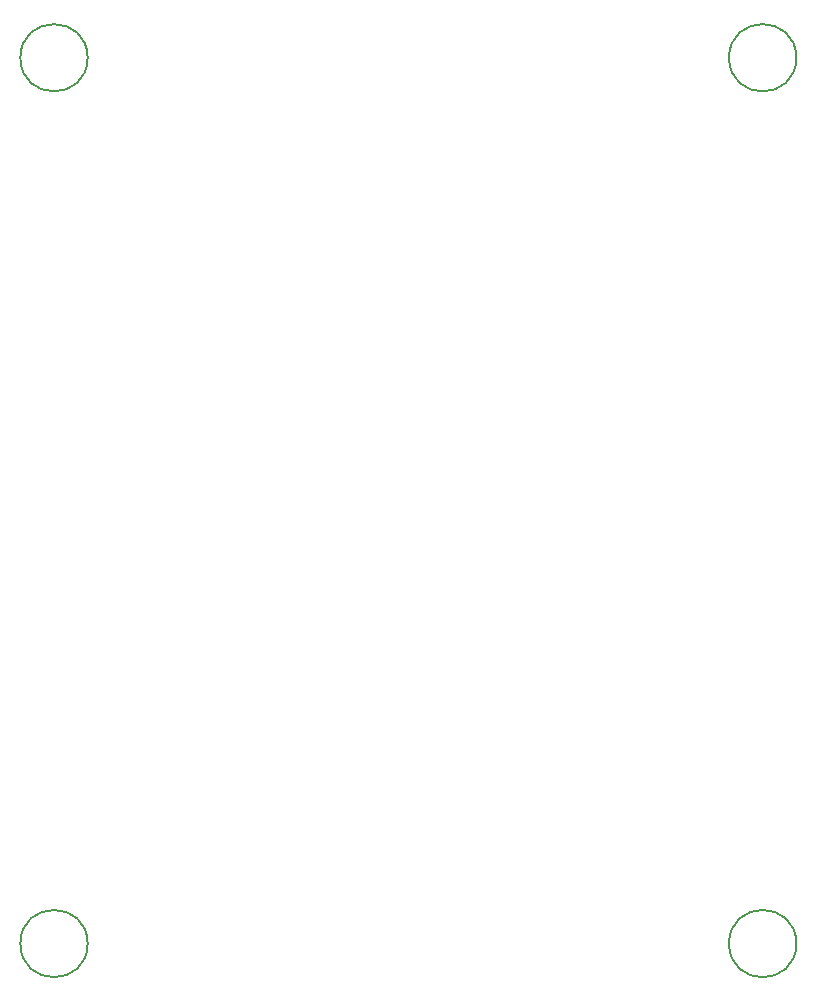
<source format=gbr>
%TF.GenerationSoftware,KiCad,Pcbnew,8.0.3*%
%TF.CreationDate,2024-06-19T01:19:57-05:00*%
%TF.ProjectId,bicep,62696365-702e-46b6-9963-61645f706362,rev?*%
%TF.SameCoordinates,Original*%
%TF.FileFunction,Other,Comment*%
%FSLAX46Y46*%
G04 Gerber Fmt 4.6, Leading zero omitted, Abs format (unit mm)*
G04 Created by KiCad (PCBNEW 8.0.3) date 2024-06-19 01:19:57*
%MOMM*%
%LPD*%
G01*
G04 APERTURE LIST*
%ADD10C,0.150000*%
G04 APERTURE END LIST*
D10*
%TO.C,H2*%
X176850000Y-63500000D02*
G75*
G02*
X171150000Y-63500000I-2850000J0D01*
G01*
X171150000Y-63500000D02*
G75*
G02*
X176850000Y-63500000I2850000J0D01*
G01*
%TO.C,H4*%
X176850000Y-138500000D02*
G75*
G02*
X171150000Y-138500000I-2850000J0D01*
G01*
X171150000Y-138500000D02*
G75*
G02*
X176850000Y-138500000I2850000J0D01*
G01*
%TO.C,H3*%
X116850000Y-138500000D02*
G75*
G02*
X111150000Y-138500000I-2850000J0D01*
G01*
X111150000Y-138500000D02*
G75*
G02*
X116850000Y-138500000I2850000J0D01*
G01*
%TO.C,H1*%
X116850000Y-63500000D02*
G75*
G02*
X111150000Y-63500000I-2850000J0D01*
G01*
X111150000Y-63500000D02*
G75*
G02*
X116850000Y-63500000I2850000J0D01*
G01*
%TD*%
M02*

</source>
